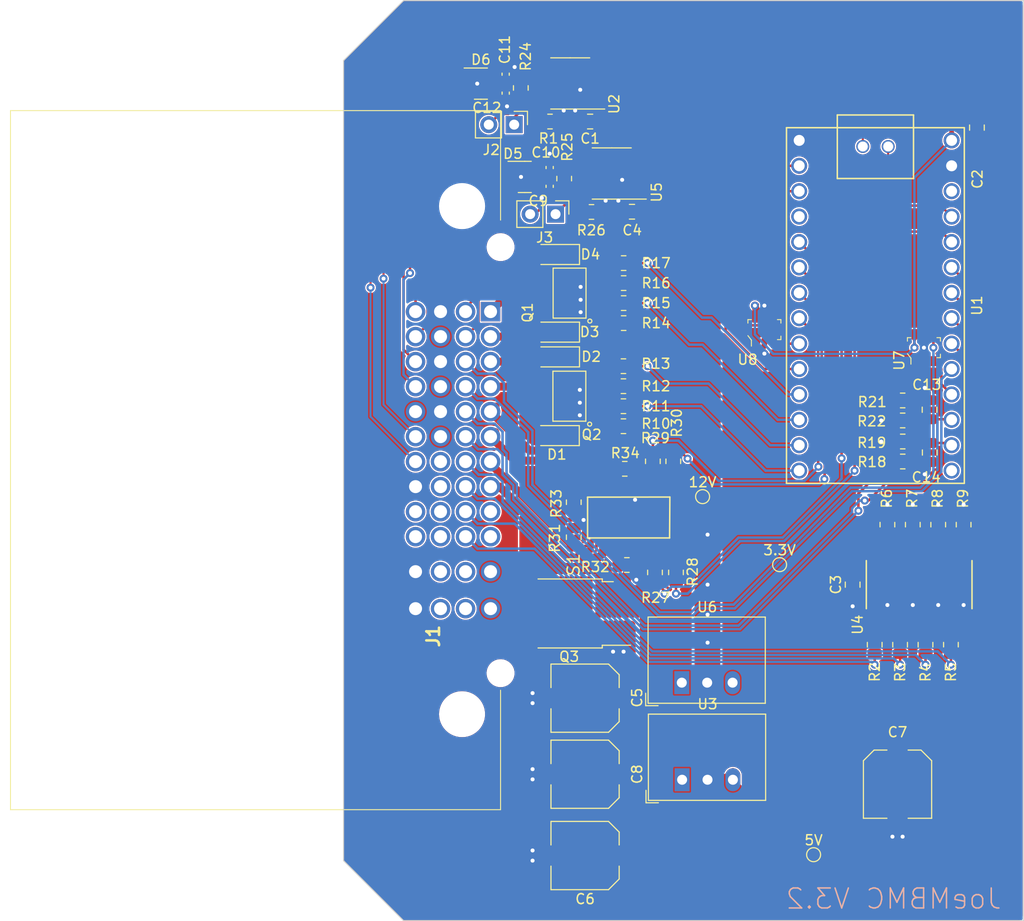
<source format=kicad_pcb>
(kicad_pcb (version 20221018) (generator pcbnew)
  (layers (0 "F.Cu" signal) (31 "B.Cu" signal) (34 "B.Paste" user) (35 "F.Paste" user) (36 "B.SilkS" user "B.Silkscreen") (37 "F.SilkS" user "F.Silkscreen") (38 "B.Mask" user) (39 "F.Mask" user) (44 "Edge.Cuts" user))
  (net 0 "")
  (net 1 "GND")
  (net 2 "+12V")
  (net 3 "+3V3")
  (net 4 "Net-(R2-Pad2)")
  (net 5 "Net-(R3-Pad2)")
  (net 6 "Net-(R4-Pad2)")
  (net 7 "Net-(R5-Pad2)")
  (net 8 "Teensy_IN2")
  (net 9 "Teensy_IN1")
  (net 10 "Teensy_IN3")
  (net 11 "Teensy_IN4")
  (net 12 "Teensy_OUT8")
  (net 13 "Teensy_OUT7")
  (net 14 "Teensy_OUT5")
  (net 15 "Teensy_OUT6")
  (net 16 "Teensy_ASEN2")
  (net 17 "Teensy_ASEN1")
  (net 18 "Teensy_OUT1")
  (net 19 "Teensy_OUT4")
  (net 20 "Teensy_OUT2")
  (net 21 "Teensy_OUT3")
  (net 30 "Net-(Q1-G1)")
  (net 31 "Net-(Q1-G2)")
  (net 32 "Net-(Q2-G1)")
  (net 33 "Net-(Q2-G2)")
  (net 34 "J1_12V")
  (net 35 "J1_IN4")
  (net 36 "J1_IN3")
  (net 37 "J1_IN2")
  (net 38 "J1_OUT8")
  (net 39 "J1_IN1")
  (net 40 "J1_OUT7")
  (net 41 "J1_OUT6")
  (net 42 "J1_OUT5")
  (net 43 "J1_ASEN2")
  (net 44 "J1_OUT4")
  (net 45 "J1_ASEN1")
  (net 46 "J1_OUT3")
  (net 47 "J1_OUT2")
  (net 48 "J1_OUT1")
  (net 49 "Net-(U2-Rs)")
  (net 50 "Net-(U5-Rs)")
  (net 51 "Net-(S1-IN1)")
  (net 52 "Net-(S1-IN0)")
  (net 53 "Net-(S1-IN3)")
  (net 54 "Net-(S1-IN2)")
  (net 55 "Teensy_D+")
  (net 56 "Teensy_D-")
  (net 57 "+5V")
  (net 58 "Teensy_Serial_BMS_RX_5V")
  (net 59 "Teensy_Serial_BMS_TX")
  (net 60 "Teensy_CAN2_RX")
  (net 61 "Teensy_CAN2_TX")
  (net 63 "Teensy_CAN1_RX")
  (net 64 "Teensy_Serial_RX_5V")
  (net 65 "Teensy_Serial_TX")
  (net 66 "Teensy_CAN1_TX")
  (net 68 "J1_CAN2_L")
  (net 69 "J1_CAN2_H")
  (net 70 "J1_CAN1_L")
  (net 73 "J1_CAN1_H")
  (net 79 "Teensy_Serial_BMS_RX_3V")
  (net 80 "Teensy_Serial_RX_3V")
  (net 81 "Net-(J2-Pin_2)")
  (net 82 "Net-(J3-Pin_2)")
  (footprint "Capacitor_SMD:C_Elec_6.3x7.7" (layer "F.Cu") (at 122.15 113.751 180)
    (fp_text reference "C5")
    (fp_text value "100uF")
  )
  (footprint "Resistor_SMD:R_0805_2012Metric" (layer "F.Cu") (at 152.38 96.4 90)
    (fp_text reference "R6")
    (fp_text value "10k")
  )
  (footprint "Resistor_SMD:R_0805_2012Metric" (layer "F.Cu") (at 153.9125 90.0875 180)
    (fp_text reference "R18")
    (fp_text value "10k")
  )
  (footprint "TLP293-4:TLP293-4" (layer "F.Cu") (at 155.555 102.4 90)
    (fp_text reference "U4")
    (fp_text value "IS281-4 " hide)
  )
  (footprint "Converter_DCDC:Converter_DCDC_RECOM_R-78E-0.5_THT" (layer "F.Cu") (at 131.853 121.9075)
    (fp_text reference "U3")
    (fp_text value "DCDC 5V")
  )
  (footprint "Resistor_SMD:R_0805_2012Metric" (layer "F.Cu") (at 154.92 96.4 90)
    (fp_text reference "R7")
    (fp_text value "10k")
  )
  (footprint "Package_TO_SOT_SMD:TO-252-2" (layer "F.Cu") (at 120.56 105.28 180)
    (fp_text reference "Q3")
    (fp_text value "P-Chanel Mosfet")
  )
  (footprint "Resistor_SMD:R_0805_2012Metric" (layer "F.Cu") (at 160 96.4 90)
    (fp_text reference "R9")
    (fp_text value "10k")
  )
  (footprint "Resistor_SMD:R_0805_2012Metric" (layer "F.Cu") (at 125.9875 86.557 180)
    (fp_text reference "R10")
    (fp_text value "10k")
  )
  (footprint "Resistor_SMD:R_0805_2012Metric" (layer "F.Cu") (at 153.65 108.4 90)
    (fp_text reference "R3")
    (fp_text value "4.7k")
  )
  (footprint "JoeMBMC:SO-8_IRF956" (layer "F.Cu") (at 120.575 83.557 180)
    (fp_text reference "Q2")
    (fp_text value "BSO615NG")
  )
  (footprint "Resistor_SMD:R_0805_2012Metric" (layer "F.Cu") (at 151.11 108.4 90)
    (fp_text reference "R2")
    (fp_text value "4.7k")
  )
  (footprint "Resistor_SMD:R_0805_2012Metric" (layer "F.Cu") (at 115.725 52.735 90)
    (fp_text reference "R24")
    (fp_text value "120")
  )
  (footprint "Capacitor_SMD:C_Elec_6.3x7.7" (layer "F.Cu") (at 122.15 121.356 180)
    (fp_text reference "C8")
    (fp_text value "100uF")
  )
  (footprint "Capacitor_SMD:C_0805_2012Metric" (layer "F.Cu") (at 161.33 56.7 90)
    (fp_text reference "C2")
    (fp_text value "10uF")
  )
  (footprint "Resistor_SMD:R_0805_2012Metric" (layer "F.Cu") (at 158.73 108.4 90)
    (fp_text reference "R5")
    (fp_text value "4.7k")
  )
  (footprint "Capacitor_SMD:C_0805_2012Metric" (layer "F.Cu") (at 148.905 102.4 90)
    (fp_text reference "C3")
    (fp_text value "10uF")
  )
  (footprint "Resistor_SMD:R_0805_2012Metric" (layer "F.Cu") (at 125.9875 84.557 180)
    (fp_text reference "R11")
    (fp_text value "220")
  )
  (footprint "Resistor_SMD:R_0805_2012Metric" (layer "F.Cu") (at 125.9875 80.557 180)
    (fp_text reference "R13")
    (fp_text value "220")
  )
  (footprint "Resistor_SMD:R_0805_2012Metric" (layer "F.Cu") (at 157.46 96.4 90)
    (fp_text reference "R8")
    (fp_text value "10k")
  )
  (footprint "Resistor_SMD:R_0805_2012Metric" (layer "F.Cu") (at 125.9875 82.557 180)
    (fp_text reference "R12")
    (fp_text value "10k")
  )
  (footprint "Resistor_SMD:R_0805_2012Metric" (layer "F.Cu") (at 118.645 56.095 180)
    (fp_text reference "R1")
    (fp_text value "10k")
  )
  (footprint "Capacitor_SMD:C_Elec_6.3x7.7" (layer "F.Cu") (at 153.392 122.35 -90)
    (fp_text reference "C7")
    (fp_text value "100uF")
  )
  (footprint "Molex_48_Pin:5007620481" (layer "F.Cu") (at 112.7 75.1 -90)
    (fp_text reference "J1")
    (fp_text value "5007620481" hide)
  )
  (footprint "Resistor_SMD:R_0805_2012Metric" (layer "F.Cu") (at 156.19 108.4 90)
    (fp_text reference "R4")
    (fp_text value "4.7k")
  )
  (footprint "Resistor_SMD:R_0805_2012Metric" (layer "F.Cu") (at 153.906 83.9825 180)
    (fp_text reference "R21")
    (fp_text value "10k")
  )
  (footprint "Resistor_SMD:R_0805_2012Metric" (layer "F.Cu") (at 153.906 85.9825)
    (fp_text reference "R22")
    (fp_text value "20k")
  )
  (footprint "Resistor_SMD:R_0805_2012Metric" (layer "F.Cu") (at 126.0075 74.25 180)
    (fp_text reference "R15")
    (fp_text value "220")
  )
  (footprint "JoeMBMC:SO-8_IRF956" (layer "F.Cu") (at 120.595 73.25 180)
    (fp_text reference "Q1")
    (fp_text value "BSO615NG")
  )
  (footprint "Resistor_SMD:R_0805_2012Metric" (layer "F.Cu") (at 126.0075 76.25 180)
    (fp_text reference "R14")
    (fp_text value "10k")
  )
  (footprint "Resistor_SMD:R_0805_2012Metric" (layer "F.Cu") (at 126.0075 70.25 180)
    (fp_text reference "R17")
    (fp_text value "220")
  )
  (footprint "Resistor_SMD:R_0805_2012Metric" (layer "F.Cu") (at 126.0075 72.25 180)
    (fp_text reference "R16")
    (fp_text value "10k")
  )
  (footprint "KiCAD_Libs-master:PG-DSO-14-40_EP" (layer "F.Cu") (at 126.5 95.69)
    (fp_text reference "S1")
    (fp_text value "BTS5200-4")
  )
  (footprint "Capacitor_SMD:C_0805_2012Metric" (layer "F.Cu") (at 122.655 56.095)
    (fp_text reference "C1")
    (fp_text value "100nF")
  )
  (footprint "Resistor_SMD:R_0805_2012Metric" (layer "F.Cu") (at 153.9125 88.0875)
    (fp_text reference "R19")
    (fp_text value "20k")
  )
  (footprint "Resistor_SMD:R_0805_2012Metric" (layer "F.Cu") (at 120.062065 61.7982 90)
    (fp_text reference "R25")
    (fp_text value "120")
  )
  (footprint "Converter_DCDC:Converter_DCDC_RECOM_R-78E-0.5_THT" (layer "F.Cu") (at 131.82 112.2)
    (fp_text reference "U6")
    (fp_text value "DCDC 3.3V")
  )
  (footprint "Capacitor_SMD:C_Elec_6.3x7.7" (layer "F.Cu") (at 122.15 129.486 180)
    (fp_text reference "C6")
    (fp_text value "100uF")
  )
  (footprint "Package_TO_SOT_SMD:SOT-23" (layer "F.Cu") (at 116.120065 61.6322)
    (fp_text reference "D5")
    (fp_text value "NUP2105L")
  )
  (footprint "Package_SO:SOIC-8_3.9x4.9mm_P1.27mm" (layer "F.Cu") (at 124.817465 61.2902 180)
    (fp_text reference "U5")
    (fp_text value "SN65HVD230")
  )
  (footprint "Connector_PinHeader_2.54mm:PinHeader_1x02_P2.54mm_Vertical" (layer "F.Cu") (at 119.198465 65.3542 -90)
    (fp_text reference "J3")
    (fp_text value "CAN1_T")
  )
  (footprint "teensy:Teensy40_JoeMBMS" (layer "F.Cu") (at 151.18 74.49 -90)
    (fp_text reference "U1")
    (fp_text value "Teensy4.0")
  )
  (footprint "Resistor_SMD:R_0805_2012Metric" (layer "F.Cu") (at 130.97 90.0675 90)
    (fp_text reference "R30")
    (fp_text value "10k")
  )
  (footprint "Capacitor_SMD:C_0402_1005Metric" (layer "F.Cu") (at 114.215 53.255 90)
    (fp_text reference "C12")
    (fp_text value "100p")
  )
  (footprint "Diode_SMD:D_SOD-123F" (layer "F.Cu") (at 119.3625 87.497 180)
    (fp_text reference "D1")
    (fp_text value "DIODE")
  )
  (footprint "TestPoint:TestPoint_Pad_D1.0mm" (layer "F.Cu") (at 133.9 93.6)
    (fp_text reference "12V")
    (fp_text value "TestPoint_Pad_D1.0mm")
  )
  (footprint "Resistor_SMD:R_0805_2012Metric" (layer "F.Cu") (at 126.33 100.4375 180)
    (fp_text reference "R32")
    (fp_text value "47k")
  )
  (footprint "Diode_SMD:D_SOD-123F" (layer "F.Cu") (at 119.3825 77.15 180)
    (fp_text reference "D3")
    (fp_text value "DIODE")
  )
  (footprint "Capacitor_SMD:C_0402_1005Metric" (layer "F.Cu") (at 118.610065 62.5722 90)
    (fp_text reference "C9")
    (fp_text value "100p")
  )
  (footprint "Capacitor_SMD:C_0805_2012Metric" (layer "F.Cu") (at 156.5965 84.9105 -90)
    (fp_text reference "C13")
    (fp_text value "100nF")
  )
  (footprint "Resistor_SMD:R_0805_2012Metric" (layer "F.Cu") (at 122.791065 65.1352 180)
    (fp_text reference "R26")
    (fp_text value "10k")
  )
  (footprint "Capacitor_SMD:C_0805_2012Metric" (layer "F.Cu") (at 126.841065 65.1152)
    (fp_text reference "C4")
    (fp_text value "100nF")
  )
  (footprint "Resistor_SMD:R_0805_2012Metric" (layer "F.Cu") (at 128.93 90.0675 90)
    (fp_text reference "R29")
    (fp_text value "10k")
  )
  (footprint "Connector_PinHeader_2.54mm:PinHeader_1x02_P2.54mm_Vertical" (layer "F.Cu") (at 115.06 56.405 -90)
    (fp_text reference "J2")
    (fp_text value "CAN2_T")
  )
  (footprint "Package_TO_SOT_SMD:SOT-23" (layer "F.Cu") (at 111.735 52.305)
    (fp_text reference "D6")
    (fp_text value "NUP2105L")
  )
  (footprint "Capacitor_SMD:C_0402_1005Metric" (layer "F.Cu") (at 114.21 51.36 90)
    (fp_text reference "C11")
    (fp_text value "100p")
  )
  (footprint "Capacitor_SMD:C_0402_1005Metric" (layer "F.Cu") (at 118.610065 60.6922 -90)
    (fp_text reference "C10")
    (fp_text value "100p")
  )
  (footprint "Package_SO:SOIC-8_3.9x4.9mm_P1.27mm" (layer "F.Cu") (at 120.665 52.285 180)
    (fp_text reference "U2")
    (fp_text value "SN65HVD230")
  )
  (footprint "Resistor_SMD:R_0805_2012Metric" (layer "F.Cu") (at 121.02 97.6575 -90)
    (fp_text reference "R31")
    (fp_text value "47k")
  )
  (footprint "Resistor_SMD:R_0805_2012Metric" (layer "F.Cu") (at 121.02 94.1575 -90)
    (fp_text reference "R33")
    (fp_text value "47k")
  )
  (footprint "Diode_SMD:D_SOD-123F" (layer "F.Cu") (at 119.3825 69.39 180)
    (fp_text reference "D4")
    (fp_text value "DIODE")
  )
  (footprint "TestPoint:TestPoint_Pad_D1.0mm" (layer "F.Cu") (at 141.6 100.4)
    (fp_text reference "3.3V")
    (fp_text value "TestPoint_Pad_D1.0mm")
  )
  (footprint "digikey-footprints:SOT-23-6" (layer "F.Cu") (at 140.08 76.9)
    (fp_text reference "U8")
    (fp_text value "Level Shifter 5V to 3V")
  )
  (footprint "Resistor_SMD:R_0805_2012Metric" (layer "F.Cu") (at 126.12 90.8175)
    (fp_text reference "R34")
    (fp_text value "47k")
  )
  (footprint "digikey-footprints:SOT-23-6" (layer "F.Cu") (at 156.03 78.705)
    (fp_text reference "U7")
    (fp_text value "Level Shifter 5V to 3V")
  )
  (footprint "Diode_SMD:D_SOD-123F" (layer "F.Cu") (at 119.3825 79.627 180)
    (fp_text reference "D2")
    (fp_text value "DIODE")
  )
  (footprint "Resistor_SMD:R_0805_2012Metric" (layer "F.Cu") (at 131.24 101.1775 90)
    (fp_text reference "R28")
    (fp_text value "10k")
  )
  (footprint "Capacitor_SMD:C_0805_2012Metric" (layer "F.Cu") (at 156.6125 89.1875 90)
    (fp_text reference "C14")
    (fp_text value "100nF")
  )
  (footprint "TestPoint:TestPoint_Pad_D1.0mm" (layer "F.Cu") (at 145 129.4)
    (fp_text reference "5V")
    (fp_text value "TestPoint_Pad_D1.0mm")
  )
  (footprint "Resistor_SMD:R_0805_2012Metric" (layer "F.Cu") (at 129.14 101.1775 90)
    (fp_text reference "R27")
    (fp_text value "10k")
  )
  (gr_line (start 166 44) (end 166 136) (stroke (width 0.1)) (layer "Edge.Cuts"))
  (gr_line (start 166 136) (end 104 136) (stroke (width 0.1)) (layer "Edge.Cuts"))
  (gr_line (start 98 130) (end 104 136) (stroke (width 0.1)) (layer "Edge.Cuts"))
  (gr_line (start 104 44) (end 98 50) (stroke (width 0.1)) (layer "Edge.Cuts"))
  (gr_line (start 98 130) (end 98 50) (stroke (width 0.1)) (layer "Edge.Cuts"))
  (gr_line (start 104 44) (end 166 44) (stroke (width 0.1)) (layer "Edge.Cuts"))
  (gr_text "JoeMBMC V3.2" (at 153 133.81) (layer "B.SilkS") (effects (font (size 2 2)) (justify mirror)))
  (segment (start 156.5965 83.1965) (end 156.1125 82.7125) (width 0.25) (layer "F.Cu") (net 1))
  (segment (start 152.906 85.895) (end 152.9935 85.9825) (width 0.25) (layer "F.Cu") (net 1))
  (segment (start 114.225 50.885) (end 114.865 50.885) (width 0.25) (layer "F.Cu") (net 1))
  (segment (start 127.15 93.26) (end 127.565 92.845) (width 0.8) (layer "F.Cu") (net 1))
  (segment (start 121.705 56.095) (end 121.705 55.538) (width 0.25) (layer "F.Cu") (net 1))
  (segment (start 112.6725 52.305) (end 111.365 52.305) (width 0.25) (layer "F.Cu") (net 1))
  (segment (start 148.905 103.35) (end 148.905 104.563001) (width 0.25) (layer "F.Cu") (net 1))
  (segment (start 152.38 105.549999) (end 152.38 104.438001) (width 0.25) (layer "F.Cu") (net 1))
  (segment (start 121.1375 95.07) (end 122 95.9325) (width 0.25) (layer "F.Cu") (net 1))
  (segment (start 122.225 75.155) (end 121.705 74.635) (width 0.8) (layer "F.Cu") (net 1))
  (segment (start 121.625 84.207) (end 121.625 83.502) (width 0.8) (layer "F.Cu") (net 1))
  (segment (start 119.5575 55.4485) (end 120.015 54.991) (width 0.25) (layer "F.Cu") (net 1))
  (segment (start 125.095 76.25) (end 124.3 76.25) (width 0.25) (layer "F.Cu") (net 1))
  (segment (start 140.08 79.3) (end 140.08 78.25) (width 0.25) (layer "F.Cu") (net 1))
  (segment (start 123.205 75.155) (end 122.225 75.155) (width 0.8) (layer "F.Cu") (net 1))
  (segment (start 153 88.0875) (end 151.8125 88.0875) (width 0.25) (layer "F.Cu") (net 1))
  (segment (start 114.865 50.885) (end 115.105 50.645) (width 0.25) (layer "F.Cu") (net 1))
  (segment (start 123.14 52.92) (end 121.666 52.92) (width 0.25) (layer "F.Cu") (net 1))
  (segment (start 127.0325 92.3125) (end 126.5 92.845) (width 0.8) (layer "F.Cu") (net 1))
  (segment (start 127.77 92.845) (end 127.565 92.845) (width 0.8) (layer "F.Cu") (net 1))
  (segment (start 123.703565 65.1352) (end 123.703565 64.510435) (width 0.25) (layer "F.Cu") (net 1))
  (segment (start 114.215 54.445) (end 114.345 54.575) (width 0.25) (layer "F.Cu") (net 1))
  (segment (start 123.185 85.462) (end 121.625 85.462) (width 0.8) (layer "F.Cu") (net 1))
  (segment (start 121.02 95.07) (end 121.1375 95.07) (width 0.25) (layer "F.Cu") (net 1))
  (segment (start 156.03 77.355) (end 156.03 80.055) (width 0.25) (layer "F.Cu") (net 1))
  (segment (start 123.703565 64.510435) (end 124.206 64.008) (width 0.25) (layer "F.Cu") (net 1))
  (segment (start 157.46 105.549999) (end 157.46 104.438001) (width 0.25) (layer "F.Cu") (net 1))
  (segment (start 121.717 72.615) (end 121.705 72.627) (width 0.8) (layer "F.Cu") (net 1))
  (segment (start 125.891065 65.1152) (end 125.891065 64.423065) (width 0.25) (layer "F.Cu") (net 1))
  (segment (start 124.975 72.497) (end 124.975 72.672) (width 0.25) (layer "F.Cu") (net 1))
  (segment (start 156.6125 90.1375) (end 156.6125 90.8625) (width 0.25) (layer "F.Cu") (net 1))
  (segment (start 152.38 94.4) (end 152.38 95.4875) (width 0.25) (layer "F.Cu") (net 1))
  (segment (start 160.76 60.52) (end 158.8 60.52) (width 0.25) (layer "F.Cu") (net 1))
  (segment (start 121.705 55.538) (end 121.158 54.991) (width 0.25) (layer "F.Cu") (net 1))
  (segment (start 121.705 72.627) (end 121.705 75.155) (width 0.8) (layer "F.Cu") (net 1))
  (segment (start 123.205 72.615) (end 121.717 72.615) (width 0.8) (layer "F.Cu") (net 1))
  (segment (start 127.0325 90.8175) (end 127.0325 92.3125) (width 0.8) (layer "F.Cu") (net 1))
  (segment (start 127.2425 101.885) (end 127.27 101.9125) (width 0.25) (layer "F.Cu") (net 1))
  (segment (start 153.392 127.6) (end 153.392 124.8875) (width 0.8) (layer "F.Cu") (net 1))
  (segment (start 123.98 85.462) (end 125.075 86.557) (width 0.25) (layer "F.Cu") (net 1))
  (segment (start 154.92 94.4) (end 154.92 95.4875) (width 0.25) (layer "F.Cu") (net 1))
  (segment (start 152.884 127.6) (end 153.9 127.6) (width 0.8) (layer "F.Cu") (net 1))
  (segment (start 156.5965 83.9605) (end 156.5965 83.1965) (width 0.25) (layer "F.Cu") (net 1))
  (segment (start 123.205 72.615) (end 122.225 72.615) (width 0.8) (layer "F.Cu") (net 1))
  (segment (start 119.6125 129.486) (end 116.9 129.486) (width 0.8) (layer "F.Cu") (net 1))
  (segment (start 118.503265 63.0522) (end 117.826865 63.7286) (width 0.25) (layer "F.Cu") (net 1))
  (segment (start 124.71 82.922) (end 125.075 82.557) (width 0.25) (layer "F.Cu") (net 1))
  (segment (start 156.5965 90.1535) (end 156.6125 90.1375) (width 0.25) (layer "F.Cu") (net 1))
  (segment (start 119.5575 56.095) (end 119.5575 55.4485) (width 0.25) (layer "F.Cu") (net 1))
  (segment (start 154.92 105.549999) (end 154.92 104.438001) (width 0.25) (layer "F.Cu") (net 1))
  (segment (start 157.46 94.4) (end 157.46 95.4875) (width 0.25) (layer "F.Cu") (net 1))
  (segment (start 152.9935 85.9825) (end 151.8125 85.9825) (width 0.25) (layer "F.Cu") (net 1))
  (segment (start 156.6125 90.8625) (end 156.1125 91.3625) (width 0.25) (layer "F.Cu") (net 1))
  (segment (start 127.77 92.845) (end 126.5 92.845) (width 0.8) (layer "F.Cu") (net 1))
  (segment (start 125.891065 64.423065) (end 125.476 64.008) (width 0.25) (layer "F.Cu") (net 1))
  (segment (start 160 105.549999) (end 160 104.438001) (width 0.25) (layer "F.Cu") (net 1))
  (segment (start 121.625 84.882) (end 121.625 84.207) (width 0.8) (layer "F.Cu") (net 1))
  (segment (start 123.205 75.155) (end 121.705 75.155) (width 0.8) (layer "F.Cu") (net 1))
  (segment (start 121.625 82.922) (end 121.625 85.462) (width 0.8) (layer "F.Cu") (net 1))
  (segment (start 117.057565 61.6322) (end 115.744065 61.6322) (width 0.25) (layer "F.Cu") (net 1))
  (segment (start 123.185 85.462) (end 122.205 85.462) (width 0.8) (layer "F.Cu") (net 1))
  (segment (start 121.705 73.135) (end 121.705 73.917) (width 0.8) (layer "F.Cu") (net 1))
  (segment (start 122.225 72.615) (end 121.705 73.135) (width 0.8) (layer "F.Cu") (net 1))
  (segment (start 127.565 92.845) (end 127.0325 92.3125) (width 0.8) (layer "F.Cu") (net 1))
  (segment (start 121.705 74.635) (end 121.705 73.917) (width 0.8) (layer "F.Cu") (net 1))
  (segment (start 121.1875 96.745) (end 122 95.9325) (width 0.25) (layer "F.Cu") (net 1))
  (segment (start 127.15 93.9125) (end 127.15 93.26) (width 0.8) (layer "F.Cu") (net 1))
  (segment (start 118.610065 59.309) (end 118.610065 60.2122) (width 0.25) (layer "F.Cu") (net 1))
  (segment (start 121.625 83.502) (end 122.205 82.922) (width 0.8) (layer "F.Cu") (net 1))
  (segment (start 122.205 85.462) (end 121.625 84.882) (width 0.8) (layer "F.Cu") (net 1))
  (segment (start 123.205 72.615) (end 124.73 72.615) (width 0.25) (layer "F.Cu") (net 1))
  (segment (start 123.185 82.922) (end 124.71 82.922) (width 0.25) (layer "F.Cu") (net 1))
  (segment (start 114.215 53.735) (end 114.215 54.445) (width 0.25) (layer "F.Cu") (net 1))
  (segment (start 116.9 128.978) (end 116.9 129.994) (width 0.8) (layer "F.Cu") (net 1))
  (segment (start 127.292465 61.9252) (end 125.857 61.9252) (width 0.25) (layer "F.Cu") (net 1))
  (segment (start 140.08 75.55) (end 140.08 74.5) (width 0.25) (layer "F.Cu") (net 1))
  (segment (start 161.33 59.95) (end 160.76 60.52) (width 0.25) (layer "F.Cu") (net 1))
  (segment (start 123.185 82.922) (end 121.625 82.922) (width 0.8) (layer "F.Cu") (net 1))
  (segment (start 122.205 82.922) (end 123.185 82.922) (width 0.8) (layer "F.Cu") (net 1))
  (segment (start 127.2425 100.4375) (end 127.2425 101.885) (width 0.25) (layer "F.Cu") (net 1))
  (segment (start 118.610065 63.0522) (end 118.503265 63.0522) (width 0.25) (layer "F.Cu") (net 1))
  (segment (start 160 94.4) (end 160 95.4875) (width 0.25) (layer "F.Cu") (net 1))
  (segment (start 124.3 76.25) (end 123.205 75.155) (width 0.25) (layer "F.Cu") (net 1))
  (segment (start 121.02 96.745) (end 121.1875 96.745) (width 0.25) (layer "F.Cu") (net 1))
  (via (at 121.705 73.917) (size 0.8) (drill 0.4) (layers "F.Cu" "B.Cu") (net 1))
  (via (at 117.826865 63.7286) (size 0.8) (drill 0.4) (layers "F.Cu" "B.Cu") (net 1))
  (via (at 134.4 97.4) (size 0.8) (drill 0.4) (layers "F.Cu" "B.Cu") (net 1))
  (via (at 118.610065 59.309) (size 0.8) (drill 0.4) (layers "F.Cu" "B.Cu") (net 1))
  (via (at 114.345 54.575) (size 0.8) (drill 0.4) (layers "F.Cu" "B.Cu") (net 1))
  (via (at 134.4 105.4) (size 0.8) (drill 0.4) (layers "F.Cu" "B.Cu") (net 1))
  (via (at 152.884 127.6) (size 0.8) (drill 0.4) (layers "F.Cu" "B.Cu") (net 1))
  (via (at 140.08 74.5) (size 0.8) (drill 0.4) (layers "F.Cu" "B.Cu") (net 1))
  (via (at 126 109.1) (size 0.8) (drill 0.4) (layers "F.Cu" "B.Cu") (net 1))
  (via (at 121.705 75.155) (size 0.8) (drill 0.4) (layers "F.Cu" "B.Cu") (net 1))
  (via (at 116.9 128.978) (size 0.8) (drill 0.4) (layers "F.Cu" "B.Cu") (net 1))
  (via (at 148.905 104.563001) (size 0.8) (drill 0.4) (layers "F.Cu" "B.Cu") (net 1))
  (via (at 134.4 102.4) (size 0.8) (drill 0.4) (layers "F.Cu" "B.Cu") (net 1))
  (via (at 125.476 64.008) (size 0.8) (drill 0.4) (layers "F.Cu" "B.Cu") (net 1))
  (via (at 116.9 121.868) (size 0.8) (drill 0.4) (layers "F.Cu" "B.Cu") (net 1))
  (via (at 122 95.9325) (size 0.8) (drill 0.4) (layers "F.Cu" "B.Cu") (net 1))
  (via (at 124.95 109.1) (size 0.8) (drill 0.4) (layers "F.Cu" "B.Cu") (net 1))
  (via (at 116.9 113.245) (size 0.8) (drill 0.4) (layers "F.Cu" "B.Cu") (net 1))
  (via (at 120.015 54.991) (size 0.8) (drill 0.4) (layers "F.Cu" "B.Cu") (net 1))
  (via (at 153.9 127.6) (size 0.8) (drill 0.4) (layers "F.Cu" "B.Cu") (net 1))
  (via (at 111.365 52.305) (size 0.8) (drill 0.4) (layers "F.Cu" "B.Cu") (net 1))
  (via (at 140.08 79.3) (size 0.8) (drill 0.4) (layers "F.Cu" "B.Cu") (net 1))
  (via (at 156.03 78.705) (size 0.8) (drill 0.4) (layers "F.Cu" "B.Cu") (net 1))
  (via (at 127.27 101.9125) (size 0.8) (drill 0.4) (layers "F.Cu" "B.Cu") (net 1))
  (via (at 154.92 94.4) (size 0.8) (drill 0.4) (layers "F.Cu" "B.Cu") (net 1))
  (via (at 121.705 72.627) (size 0.8) (drill 0.4) (layers "F.Cu" "B.Cu") (net 1))
  (via (at 157.46 104.438001) (size 0.8) (drill 0.4) (layers "F.Cu" "B.Cu") (net 1))
  (via (at 121.625 84.207) (size 0.8) (drill 0.4) (layers "F.Cu" "B.Cu") (net 1))
  (via (at 116.9 129.994) (size 0.8) (drill 0.4) (layers "F.Cu" "B.Cu") (net 1))
  (via (at 152.38 94.4) (size 0.8) (drill 0.4) (layers "F.Cu" "B.Cu") (net 1))
  (via (at 121.158 54.991) (size 0.8) (drill 0.4) (layers "F.Cu" "B.Cu") (net 1))
  (via (at 154.92 104.438001) (size 0.8) (drill 0.4) (layers "F.Cu" "B.Cu") (net 1))
  (via (at 116.9 120.85) (size 0.8) (drill 0.4) (layers "F.Cu" "B.Cu") (net 1))
  (via (at 125.857 61.9252) (size 0.8) (drill 0.4) (layers "F.Cu" "B.Cu") (net 1))
  (via (at 160 94.4) (size 0.8) (drill 0.4) (layers "F.Cu" "B.Cu") (net 1))
  (via (at 134.4 108.2) (size 0.8) (drill 0.4) (layers "F.Cu" "B.Cu") (net 1))
  (via (at 116.9 114.248) (size 0.8) (drill 0.4) (layers "F.Cu" "B.Cu") (net 1))
  (via (at 151.7625 85.9825) (size 0.8) (drill 0.4) (layers "F.Cu" "B.Cu") (net 1))
  (via (at 115.744065 61.6322) (size 0.8) (drill 0.4) (layers "F.Cu" "B.Cu") (net 1))
  (via (at 152.38 104.438001) (size 0.8) (drill 0.4) (layers "F.Cu" "B.Cu") (net 1))
  (via (at 121.666 52.92) (size 0.8) (drill 0.4) (layers "F.Cu" "B.Cu") (net 1))
  (via (at 124.206 64.008) (size 0.8) (drill 0.4) (layers "F.Cu" "B.Cu") (net 1))
  (via (at 127.15 93.9125) (size 0.8) (drill 0.4) (layers "F.Cu" "B.Cu") (net 1))
  (via (at 157.46 94.4) (size 0.8) (drill 0.4) (layers "F.Cu" "B.Cu") (net 1))
  (via (at 156.1125 91.3625) (size 0.8) (drill 0.4) (layers "F.Cu" "B.Cu") (net 1))
  (via (at 115.105 50.645) (size 0.8) (drill 0.4) (layers "F.Cu" "B.Cu") (net 1))
  (via (at 151.7625 88.0875) (size 0.8) (drill 0.4) (layers "F.Cu" "B.Cu") (net 1))
  (via (at 160 104.438001) (size 0.8) (drill 0.4) (layers "F.Cu" "B.Cu") (net 1))
  (via (at 121.625 82.922) (size 0.8) (drill 0.4) (layers "F.Cu" "B.Cu") (net 1))
  (via (at 156.1125 82.7125) (size 0.8) (drill 0.4) (layers "F.Cu" "B.Cu") (net 1))
  (via (at 121.625 85.462) (size 0.8) (drill 0.4) (layers "F.Cu" "B.Cu") (net 1))
  (segment (start 151.11 105.549999) (end 151.11 107.4875) (width 0.25) (layer "F.Cu") (net 4))
  (segment (start 153.65 105.549999) (end 153.65 107.4875) (width 0.25) (layer "F.Cu") (net 5))
  (segment (start 156.19 105.549999) (end 156.19 107.4875) (width 0.25) (layer "F.Cu") (net 6))
  (segment (start 158.73 105.549999) (end 158.73 107.4875) (width 0.25) (layer "F.Cu") (net 7))
  (segment (start 158.8 78.3) (end 160.1 79.6) (width 0.25) (layer "F.Cu") (net 8))
  (segment (start 159.101168 93.425) (end 154.685 93.425) (width 0.25) (layer "F.Cu") (net 8))
  (segment (start 160.1 79.6) (end 160.1 92.426168) (width 0.25) (layer "F.Cu") (net 8))
  (segment (start 154.685 93.425) (end 153.305 94.805) (width 0.25) (layer "F.Cu") (net 8))
  (segment (start 160.1 92.426168) (end 159.101168 93.425) (width 0.25) (layer "F.Cu") (net 8))
  (segment (start 152.38 97.3125) (end 152.38 99.250001) (width 0.25) (layer "F.Cu") (net 8))
  (segment (start 153.305 96.3875) (end 152.38 97.3125) (width 0.25) (layer "F.Cu") (net 8))
  (segment (start 153.305 94.805) (end 153.305 96.3875) (width 0.25) (layer "F.Cu") (net 8))
  (segment (start 154.92 97.3125) (end 154.92 99.250001) (width 0.25) (layer "F.Cu") (net 9))
  (segment (start 159.246142 93.775) (end 157.125 93.775) (width 0.25) (layer "F.Cu") (net 9))
  (segment (start 160.45 77.41) (end 160.45 92.571142) (width 0.25) (layer "F.Cu") (net 9))
  (segment (start 158.8 75.76) (end 160.45 77.41) (width 0.25) (layer "F.Cu") (net 9))
  (segment (start 155.86625 95.03375) (end 155.86625 96.36625) (width 0.25) (layer "F.Cu") (net 9))
  (segment (start 155.86625 96.36625) (end 154.92 97.3125) (width 0.25) (layer "F.Cu") (net 9))
  (segment (start 157.125 93.775) (end 155.86625 95.03375) (width 0.25) (layer "F.Cu") (net 9))
  (segment (start 160.45 92.571142) (end 159.246142 93.775) (width 0.25) (layer "F.Cu") (net 9))
  (segment (start 160.8 92.716116) (end 160.8 75.22) (width 0.25) (layer "F.Cu") (net 10))
  (segment (start 160.8 75.22) (end 158.8 73.22) (width 0.25) (layer "F.Cu") (net 10))
  (segment (start 157.46 97.3125) (end 157.46 99.250001) (width 0.25) (layer "F.Cu") (net 10))
  (segment (start 158.42 96.3525) (end 158.42 95.096116) (width 0.25) (layer "F.Cu") (net 10))
  (segment (start 157.46 97.3125) (end 158.42 96.3525) (width 0.25) (layer "F.Cu") (net 10))
  (segment (start 158.42 95.096116) (end 160.8 92.716116) (width 0.25) (layer "F.Cu") (net 10))
  (segment (start 160 97.3125) (end 160 99.250001) (width 0.25) (layer "F.Cu") (net 11))
  (segment (start 158.8 70.68) (end 161.15 73.03) (width 0.25) (layer "F.Cu") (net 11))
  (segment (start 161.15 96.1625) (end 160 97.3125) (width 0.25) (layer "F.Cu") (net 11))
  (segment (start 161.15 73.03) (end 161.15 96.1625) (width 0.25) (layer "F.Cu") (net 11))
  (segment (start 126.92 70.25) (end 128.397 70.25) (width 0.25) (layer "F.Cu") (net 12))
  (via (at 128.397 70.25) (size 0.8) (drill 0.4) (layers "F.Cu" "B.Cu") (net 12))
  (segment (start 133.847 75.7) (end 128.397 70.25) (width 0.25) (layer "B.Cu") (net 12))
  (segment (start 142.48 83.38) (end 134.8 75.7) (width 0.25) (layer "B.Cu") (net 12))
  (segment (start 143.56 83.38) (end 142.48 83.38) (width 0.25) (layer "B.Cu") (net 12))
  (segment (start 134.8 75.7) (end 133.847 75.7) (width 0.25) (layer "B.Cu") (net 12))
  (segment (start 126.92 74.25) (end 128.397 74.25) (width 0.25) (layer "F.Cu") (net 13))
  (via (at 128.397 74.25) (size 0.8) (drill 0.4) (layers "F.Cu" "B.Cu") (net 13))
  (segment (start 132.5545 78.4075) (end 128.397 74.25) (width 0.25) (layer "B.Cu") (net 13))
  (segment (start 133.9075 78.4075) (end 132.5545 78.4075) (width 0.25) (layer "B.Cu") (net 13))
  (segment (start 141.42 85.92) (end 133.9075 78.4075) (width 0.25) (layer "B.Cu") (net 13))
  (segment (start 143.56 85.92) (end 141.42 85.92) (width 0.25) (layer "B.Cu") (net 13))
  (segment (start 126.9 80.557) (end 128.397 80.557) (width 0.25) (layer "F.Cu") (net 14))
  (via (at 128.397 80.557) (size 0.8) (drill 0.4) (layers "F.Cu" "B.Cu") (net 14))
  (segment (start 140.66 88.46) (end 134.5 82.3) (width 0.25) (layer "B.Cu") (net 14))
  (segment (start 130.14 82.3) (end 128.397 80.557) (width 0.25) (layer "B.Cu") (net 14))
  (segment (start 134.5 82.3) (end 130.14 82.3) (width 0.25) (layer "B.Cu") (net 14))
  (segment (start 143.56 88.46) (end 140.66 88.46) (width 0.25) (layer "B.Cu") (net 14))
  (segment (start 126.9 84.557) (end 128.397 84.557) (width 0.25) (layer "F.Cu") (net 15))
  (via (at 128.397 84.557) (size 0.8) (drill 0.4) (layers "F.Cu" "B.Cu") (net 15))
  (segment (start 143.56 91) (end 140.2 91) (width 0.25) (layer "B.Cu") (net 15))
  (segment (start 133.757 84.557) (end 128.397 84.557) (width 0.25) (layer "B.Cu") (net 15))
  (segment (start 140.2 91) (end 133.757 84.557) (width 0.25) (layer "B.Cu") (net 15))
  (segment (start 156.6125 88.2375) (end 158.5775 88.2375) (width 0.25) (layer "F.Cu") (net 16))
  (segment (start 154.825 88.0875) (end 156.4625 88.0875) (width 0.25) (layer "F.Cu") (net 16))
  (segment (start 154.825 90.0875) (end 154.825 88.0875) (width 0.25) (layer "F.Cu") (net 16))
  (segment (start 156.4625 88.0875) (end 156.6125 88.2375) (width 0.25) (layer "F.Cu") (net 16))
  (segment (start 158.5775 88.2375) (end 158.8 88.46) (width 0.25) (layer "F.Cu") (net 16))
  (segment (start 158.4275 88.0875) (end 158.8 88.46) (width 0.25) (layer "F.Cu") (net 16))
  (segment (start 158.7405 85.8605) (end 158.8 85.92) (width 0.25) (layer "F.Cu") (net 17))
  (segment (start 156.5965 85.8605) (end 158.7405 85.8605) (width 0.25) (layer "F.Cu") (net 17))
  (segment (start 154.8185 83.9825) (end 154.8185 85.9825) (width 0.25) (layer "F.Cu") (net 17))
  (segment (start 154.8185 85.9825) (end 156.4745 85.9825) (width 0.25) (layer "F.Cu") (net 17))
  (segment (start 156.4745 85.9825) (end 156.5965 85.8605) (width 0.25) (layer "F.Cu") (net 17))
  (segment (start 145.455 90.58) (end 145.48 90.605) (width 0.25) (layer "F.Cu") (net 18))
  (segment (start 145.455 77.655) (end 145.455 90.58) (width 0.25) (layer "F.Cu") (net 18))
  (segment (start 128.93 89.155) (end 128.93 88) (width 0.25) (layer "F.Cu") (net 18))
  (segment (start 143.56 75.76) (end 145.455 77.655) (width 0.25) (layer "F.Cu") (net 18))
  (via (at 128.93 88) (size 0.8) (drill 0.4) (layers "F.Cu" "B.Cu") (net 18))
  (via (at 145.48 90.605) (size 0.8) (drill 0.4) (layers "F.Cu" "B.Cu") (net 18))
  (segment (start 145.48 90.605) (end 145.48 90.635475) (width 0.25) (layer "B.Cu") (net 18))
  (segment (start 145.48 90.635475) (end 144.090475 92.025) (width 0.25) (layer "B.Cu") (net 18))
  (segment (start 134.114974 90.63109) (end 131.483884 88) (width 0.25) (layer "B.Cu") (net 18))
  (segment (start 145.3525 90.7325) (end 145.48 90.605) (width 0.25) (layer "B.Cu") (net 18))
  (segment (start 135.508884 92.025) (end 134.114974 90.63109) (width 0.25) (layer "B.Cu") (net 18))
  (segment (start 134.114974 90.65) (end 134.114974 90.63109) (width 0.25) (layer "B.Cu") (net 18))
  (segment (start 144.090475 92.025) (end 135.508884 92.025) (width 0.25) (layer "B.Cu") (net 18))
  (segment (start 131.483884 88) (end 128.93 88) (width 0.25) (layer "B.Cu") (net 18))
  (segment (start 145.455 90.63) (end 145.48 90.605) (width 0.25) (layer "B.Cu") (net 18))
  (segment (start 131.24 102.09) (end 131.24 103.3) (width 0.25) (layer "F.Cu") (net 19))
  (segment (start 143.56 68.14) (end 149.1 73.68) (width 0.25) (layer "F.Cu") (net 19))
  (segment (start 149.1 73.68) (end 149.1 91) (width 0.25) (layer "F.Cu") (net 19))
  (via (at 131.24 103.3) (size 0.8) (drill 0.4) (layers "F.Cu" "B.Cu") (net 19))
  (via (at 149.1 91) (size 0.8) (drill 0.4) (layers "F.Cu" "B.Cu") (net 19))
  (segment (start 137.654975 98.044) (end 142.056 98.044) (width 0.25) (layer "B.Cu") (net 19))
  (segment (start 149.1 91) (end 149.1 91.3) (width 0.25) (layer "B.Cu") (net 19))
  (segment (start 132.08 103.3) (end 132.398975 103.3) (width 0.25) (layer "B.Cu") (net 19))
  (segment (start 131.24 103.3) (end 132.08 103.3) (width 0.25) (layer "B.Cu") (net 19))
  (segment (start 132.398975 103.3) (end 137.654975 98.044) (width 0.25) (layer "B.Cu") (net 19))
  (segment (start 142.056 98.044) (end 149.1 91) (width 0.25) (layer "B.Cu") (net 19))
  (segment (start 132.08 103.3) (end 132.412 103.3) (width 0.25) (layer "B.Cu") (net 19))
  (segment (start 146.105 91.8155) (end 146.08 91.8405) (width 0.25) (layer "F.Cu") (net 20))
  (segment (start 130.97 89.155) (end 131.755 89.155) (width 0.25) (layer "F.Cu") (net 20))
  (segment (start 143.56 73.22) (end 145.805 75.465) (width 0.25) (layer "F.Cu") (net 20))
  (segment (start 131.755 89.155) (end 132.4 89.8) (width 0.25) (layer "F.Cu") (net 20))
  (segment (start 145.805 75.465) (end 145.805 89.43) (width 0.25) (layer "F.Cu") (net 20))
  (segment (start 146.105 89.73) (end 146.105 91.8155) (width 0.25) (layer "F.Cu") (net 20))
  (segment (start 145.805 89.43) (end 146.105 89.73) (width 0.25) (layer "F.Cu") (net 20))
  (via (at 132.4 89.8) (size 0.8) (drill 0.4) (layers "F.Cu" "B.Cu") (net 20))
  (via (at 146.08 91.8405) (size 0.8) (drill 0.4) (layers "F.Cu" "B.Cu") (net 20))
  (segment (start 146.08 91.8405) (end 145.5455 92.375) (width 0.25) (layer "B.Cu") (net 20))
  (segment (start 145.5455 92.375) (end 134.975 92.375) (width 0.25) (layer "B.Cu") (net 20))
  (segment (start 134.975 92.375) (end 132.4 89.8) (width 0.25) (layer "B.Cu") (net 20))
  (segment (start 143.56 70.68) (end 147.8 74.92) (width 0.25) (layer "F.Cu") (net 21))
  (segment (start 130.1 103.3) (end 130.1 103.05) (width 0.25) (layer "F.Cu") (net 21))
  (segment (start 147.8 74.92) (end 147.8 89.7645) (width 0.25) (layer "F.Cu") (net 21))
  (segment (start 143.56 71.254974) (end 143.56 70.68) (width 0.25) (layer "F.Cu") (net 21))
  (segment (start 130.1 103.05) (end 129.14 102.09) (width 0.25) (layer "F.Cu") (net 21))
  (via (at 130.1 103.3) (size 0.8) (drill 0.4) (layers "F.Cu" "B.Cu") (net 21))
  (via (at 147.8 89.7645) (size 0.8) (drill 0.4) (layers "F.Cu" "B.Cu") (net 21))
  (segment (start 147.8 89.7645) (end 147.8 91.805026) (width 0.25) (layer "B.Cu") (net 21))
  (segment (start 141.911026 97.694) (end 137.494 97.694) (width 0.25) (layer "B.Cu") (net 21))
  (segment (start 130.8 102.6) (end 130.1 103.3) (width 0.25) (layer "B.Cu") (net 21))
  (segment (start 132.588 102.6) (end 130.8 102.6) (width 0.25) (layer "B.Cu") (net 21))
  (segment (start 147.8 91.805026) (end 141.911026 97.694) (width 0.25) (layer "B.Cu") (net 21))
  (segment (start 137.494 97.694) (end 132.588 102.6) (width 0.25) (layer "B.Cu") (net 21))
  (segment (start 126.8 76.497) (end 127.015 76.497) (width 0.25) (layer "F.Cu") (net 30))
  (segment (start 125.095 74.25) (end 125.095 74.425) (width 0.25) (layer "F.Cu") (net 30))
  (segment (start 123.205 73.885) (end 124.73 73.885) (width 0.25) (layer "F.Cu") (net 30))
  (segment (start 124.73 73.885) (end 125.095 74.25) (width 0.25) (layer "F.Cu") (net 30))
  (segment (start 125.095 74.425) (end 126.92 76.25) (width 0.25) (layer "F.Cu") (net 30))
  (segment (start 123.085 73.592) (end 123.88 73.592) (width 0.25) (layer "F.Cu") (net 30))
  (segment (start 124 71.345) (end 125.095 70.25) (width 0.25) (layer "F.Cu") (net 31))
  (segment (start 125.095 70.425) (end 126.92 72.25) (width 0.25) (layer "F.Cu") (net 31))
  (segment (start 123.185 84.192) (end 124.71 84.192) (width 0.25) (layer "F.Cu") (net 32))
  (segment (start 126.9 86.382) (end 125.075 84.557) (width 0.25) (layer "F.Cu") (net 32))
  (segment (start 123.98 81.652) (end 125.075 80.557) (width 0.25) (layer "F.Cu") (net 33))
  (segment (start 126.9 82.382) (end 125.075 80.557) (width 0.25) (layer "F.Cu") (net 33))
  (segment (start 158.73 109.3125) (end 158.73 110.4) (width 0.25) (layer "F.Cu") (net 35))
  (via (at 158.73 110.4) (size 0.8) (drill 0.4) (layers "F.Cu" "B.Cu") (net 35))
  (segment (start 158.73 110.4) (end 157.405 109.075) (width 0.25) (layer "B.Cu") (net 35))
  (segment (start 111.499999 91.399999) (end 110.2 90.1) (width 0.25) (layer "B.Cu") (net 35))
  (segment (start 113.9 94.107969) (end 113.9 92.102943) (width 0.25) (layer "B.Cu") (net 35))
  (segment (start 157.405 109.075) (end 128.867032 109.075) (width 0.25) (layer "B.Cu") (net 35))
  (segment (start 113.197057 91.4) (end 111.499999 91.399999) (width 0.25) (layer "B.Cu") (net 35))
  (segment (start 128.867032 109.075) (end 113.9 94.107969) (width 0.25) (layer "B.Cu") (net 35))
  (segment (start 113.9 92.102943) (end 113.197057 91.4) (width 0.25) (layer "B.Cu") (net 35))
  (segment (start 156.19 109.3125) (end 156.19 110.4) (width 0.25) (layer "F.Cu") (net 36))
  (via (at 156.19 110.4) (size 0.8) (drill 0.4) (layers "F.Cu" "B.Cu") (net 36))
  (segment (start 111.400001 93.800001) (end 110.2 92.6) (width 0.25) (layer "B.Cu") (net 36))
  (segment (start 150.425 109.425) (end 128.722058 109.425) (width 0.25) (layer "B.Cu") (net 36))
  (segment (start 155.215 109.425) (end 150.425 109.425) (width 0.25) (layer "B.Cu") (net 36))
  (segment (start 156.19 110.4) (end 155.215 109.425) (width 0.25) (layer "B.Cu") (net 36))
  (segment (start 128.722058 109.425) (end 128.148529 108.851471) (width 0.25) (layer "B.Cu") (net 36))
  (segment (start 113.097058 93.800001) (end 111.400001 93.800001) (width 0.25) (layer "B.Cu") (net 36))
  (segment (start 128.148529 108.851471) (end 113.097058 93.800001) (width 0.25) (layer "B.Cu") (net 36))
  (segment (start 151.11 109.3125) (end 151.11 110.4) (width 0.25) (layer "F.Cu") (net 37))
  (via (at 151.11 110.4) (size 0.8) (drill 0.4) (layers "F.Cu" "B.Cu") (net 37))
  (segment (start 150.835 110.125) (end 128.43211 110.125) (width 0.25) (layer "B.Cu") (net 37))
  (segment (start 128.43211 110.125) (end 117.107109 98.8) (width 0.25) (layer "B.Cu") (net 37))
  (segment (start 151.11 110.4) (end 150.835 110.125) (width 0.25) (layer "B.Cu") (net 37))
  (segment (start 110.2 97.6) (end 110.9 97.6) (width 0.25) (layer "B.Cu") (net 37))
  (segment (start 117.107109 98.8) (end 111.4 98.8) (width 0.25) (layer "B.Cu") (net 37))
  (segment (start 111.4 98.8) (end 110.2 97.6) (width 0.25) (layer "B.Cu") (net 37))
  (segment (start 117.985 71.345) (end 117.985 69.3925) (width 0.8) (layer "F.Cu") (net 38))
  (segment (start 116.455 71.345) (end 115.185 72.615) (width 0.8) (layer "F.Cu") (net 38))
  (segment (start 115.185 72.615) (end 112.7 75.1) (width 0.8) (layer "F.Cu") (net 38))
  (segment (start 117.985 72.615) (end 117.985 71.345) (width 0.8) (layer "F.Cu") (net 38))
  (segment (start 117.985 69.3925) (end 117.9825 69.39) (width 0.8) (layer "F.Cu") (net 38))
  (segment (start 117.985 71.345) (end 116.455 71.345) (width 0.8) (layer "F.Cu") (net 38))
  (segment (start 117.985 72.615) (end 115.185 72.615) (width 0.8) (layer "F.Cu") (net 38))
  (segment (start 153.65 109.3125) (end 153.65 110.4) (width 0.25) (layer "F.Cu") (net 39))
  (via (at 153.65 110.4) (size 0.8) (drill 0.4) (layers "F.Cu" "B.Cu") (net 39))
  (segment (start 111.400001 96.300001) (end 110.2 95.1) (width 0.25) (layer "B.Cu") (net 39))
  (segment (start 153.025 109.775) (end 128.577084 109.775) (width 0.25) (layer "B.Cu") (net 39))
  (segment (start 128.577084 109.775) (end 115.102084 96.300001) (width 0.25) (layer "B.Cu") (net 39))
  (segment (start 153.65 110.4) (end 153.025 109.775) (width 0.25) (layer "B.Cu") (net 39))
  (segment (start 115.102084 96.300001) (end 111.400001 96.300001) (width 0.25) (layer "B.Cu") (net 39))
  (segment (start 114.27 77.6) (end 112.7 77.6) (width 0.8) (layer "F.Cu") (net 40))
  (segment (start 117.9825 77.15) (end 117.9825 75.1575) (width 0.8) (layer "F.Cu") (net 40))
  (segment (start 117.985 75.155) (end 116.715 75.155) (width 0.8) (layer "F.Cu") (net 40))
  (segment (start 116.715 75.155) (end 116.435 75.435) (width 0.8) (layer "F.Cu") (net 40))
  (segment (start 117.985 73.885) (end 116.435 75.435) (width 0.8) (layer "F.Cu") (net 40))
  (segment (start 117.9825 75.1575) (end 117.985 75.155) (width 0.8) (layer "F.Cu") (net 40))
  (segment (start 117.985 75.155) (end 117.985 73.885) (width 0.8) (layer "F.Cu") (net 40))
  (segment (start 117.8625 77.4045) (end 117.865 77.402) (width 0.25) (layer "F.Cu") (net 40))
  (segment (start 116.435 75.435) (end 114.27 77.6) (width 0.8) (layer "F.Cu") (net 40))
  (segment (start 112.7 82.6) (end 114.935 82.6) (width 0.8) (layer "F.Cu") (net 41))
  (segment (start 117.965 85.462) (end 117.965 84.192) (width 0.8) (layer "F.Cu") (net 41))
  (segment (start 117.085 84.192) (end 117.965 84.192) (width 0.8) (layer "F.Cu") (net 41))
  (segment (start 117.9625 87.497) (end 117.9625 85.4645) (width 0.8) (layer "F.Cu") (net 41))
  (segment (start 117.965 85.462) (end 117.797 85.462) (width 0.8) (layer "F.Cu") (net 41))
  (segment (start 117.9625 85.4645) (end 117.965 85.462) (width 0.8) (layer "F.Cu") (net 41))
  (segment (start 115.493 82.6) (end 117.085 84.192) (width 0.8) (layer "F.Cu") (net 41))
  (segment (start 117.797 85.462) (end 114.935 82.6) (width 0.8) (layer "F.Cu") (net 41))
  (segment (start 114.935 82.6) (end 115.493 82.6) (width 0.8) (layer "F.Cu") (net 41))
  (segment (start 117.965 79.6445) (end 117.9825 79.627) (width 0.8) (layer "F.Cu") (net 42))
  (segment (start 115.57 80.1) (end 116.413 80.1) (width 0.8) (layer "F.Cu") (net 42))
  (segment (start 112.80501 79.99499) (end 112.7 80.1) (width 0.5) (layer "F.Cu") (net 42))
  (segment (start 117.965 82.495) (end 115.57 80.1) (width 0.8) (layer "F.Cu") (net 42))
  (segment (start 117.965 81.652) (end 117.965 79.6445) (width 0.8) (layer "F.Cu") (net 42))
  (segment (start 117.965 82.922) (end 117.965 82.495) (width 0.8) (layer "F.Cu") (net 42))
  (segment (start 116.413 80.1) (end 117.965 81.652) (width 0.8) (layer "F.Cu") (net 42))
  (segment (start 117.965 82.922) (end 117.965 81.652) (width 0.8) (layer "F.Cu") (net 42))
  (segment (start 112.7 80.1) (end 115.57 80.1) (width 0.8) (layer "F.Cu") (net 42))
  (segment (start 113.210001 79.589999) (end 112.7 80.1) (width 0.25) (layer "F.Cu") (net 42))
  (segment (start 149.479 93.295975) (end 149.887487 92.887487) (width 0.25) (layer "F.Cu") (net 43))
  (segment (start 149.479 95.01) (end 149.479 93.295975) (width 0.25) (layer "F.Cu") (net 43))
  (segment (start 152.687474 90.0875) (end 149.887487 92.887487) (width 0.25) (layer "F.Cu") (net 43))
  (segment (start 153 90.0875) (end 152.687474 90.0875) (width 0.25) (layer "F.Cu") (net 43))
  (via (at 149.479 95.01) (size 0.8) (drill 0.4) (layers "F.Cu" "B.Cu") (net 43))
  (segment (start 127.95 106.85) (end 137.639 106.85) (width 0.25) (layer "B.Cu") (net 43))
  (segment (start 113.381384 88.85) (end 113.9 89.368616) (width 0.25) (layer "B.Cu") (net 43))
  (segment (start 114.974949 92.474949) (end 114.974949 93.874949) (width 0.25) (layer "B.Cu") (net 43))
  (segment (start 113.9 89.368616) (end 113.9 91.4) (width 0.25) (layer "B.Cu") (net 43))
  (segment (start 113.9 91.4) (end 114.974949 92.474949) (width 0.25) (layer "B.Cu") (net 43))
  (segment (start 114.974949 93.874949) (end 127.95 106.85) (width 0.25) (layer "B.Cu") (net 43))
  (segment (start 111.45 88.85) (end 113.381384 88.85) (width 0.25) (layer "B.Cu") (net 43))
  (segment (start 137.639 106.85) (end 149.479 95.01) (width 0.25) (layer "B.Cu") (net 43))
  (segment (start 110.2 87.6) (end 111.45 88.85) (width 0.25) (layer "B.Cu") (net 43))
  (segment (start 112.7 90.325293) (end 112.7 90.1) (width 0.8) (layer "F.Cu") (net 44))
  (segment (start 120.944707 98.57) (end 112.7 90.325293) (width 0.8) (layer "F.Cu") (net 44))
  (segment (start 122.69 98.535) (end 121.055 98.535) (width 0.25) (layer "F.Cu") (net 44))
  (segment (start 121.055 98.535) (end 121.02 98.57) (width 0.8) (layer "F.Cu") (net 44))
  (segment (start 121.02 98.57) (end 120.944707 98.57) (width 0.8) (layer "F.Cu") (net 44))
  (segment (start 153.7375 90.741178) (end 153.7375 84.7265) (width 0.25) (layer "F.Cu") (net 45))
  (segment (start 153.7375 84.7265) (end 152.9935 83.9825) (width 0.25) (layer "F.Cu") (net 45))
  (segment (start 150.114 93.994) (end 150.484678 93.994) (width 0.25) (layer "F.Cu") (net 45))
  (segment (start 150.484678 93.994) (end 153.7375 90.741178) (width 0.25) (layer "F.Cu") (net 45))
  (via (at 150.114 93.994) (size 0.8) (drill 0.4) (layers "F.Cu" "B.Cu") (net 45))
  (segment (start 137.494026 106.5) (end 148.844 95.150026) (width 0.25) (layer "B.Cu") (net 45))
  (segment (start 115.324949 92.329974) (end 115.324949 93.729975) (width 0.25) (layer "B.Cu") (net 45))
  (segment (start 149.611116 93.994) (end 150.114 93.994) (width 0.25) (layer "B.Cu") (net 45))
  (segment (start 148.844 95.150026) (end 148.844 94.761116) (width 0.25) (layer "B.Cu") (net 45))
  (segment (start 111.4 86.3) (end 113.097057 86.3) (width 0.25) (layer "B.Cu") (net 45))
  (segment (start 114.3 89.273642) (end 114.3 91.305026) (width 0.25) (layer "B.Cu") (net 45))
  (segment (start 110.2 85.1) (end 111.4 86.3) (width 0.25) (layer "B.Cu") (net 45))
  (segment (start 113.097057 86.3) (end 113.9 87.102943) (width 0.25) (layer "B.Cu") (net 45))
  (segment (start 113.9 87.102943) (end 113.9 88.873642) (width 0.25) (layer "B.Cu") (net 45))
  (segment (start 113.9 88.873642) (end 114.3 89.273642) (width 0.25) (layer "B.Cu") (net 45))
  (segment (start 114.3 91.305026) (end 115.324949 92.329974) (width 0.25) (layer "B.Cu") (net 45))
  (segment (start 148.844 94.761116) (end 149.611116 93.994) (width 0.25) (layer "B.Cu") (net 45))
  (segment (start 128.094974 106.5) (end 137.494026 106.5) (width 0.25) (layer "B.Cu") (net 45))
  (segment (start 115.324949 93.729975) (end 128.094974 106.5) (width 0.25) (layer "B.Cu") (net 45))
  (segment (start 123.96 99.245) (end 123.515 99.69) (width 0.8) (layer "F.Cu") (net 46))
  (segment (start 123.515 99.69) (end 120.36684 99.69) (width 0.8) (layer "F.Cu") (net 46))
  (segment (start 123.96 98.535) (end 123.96 99.245) (width 0.8) (layer "F.Cu") (net 46))
  (segment (start 113.6 92.6) (end 119 98) (width 0.8) (layer "F.Cu") (net 46))
  (segment (start 112.7 92.6) (end 113.6 92.6) (width 0.8) (layer "F.Cu") (net 46))
  (segment (start 119 98.32316) (end 120.36684 99.69) (width 0.8) (layer "F.Cu") (net 46))
  (segment (start 125.4175 100.4375) (end 123.96 98.98) (width 0.25) (layer "F.Cu") (net 46))
  (segment (start 119 98) (end 119 98.32316) (width 0.8) (layer "F.Cu") (net 46))
  (segment (start 122.685 91.457792) (end 121.227208 90) (width 0.8) (layer "F.Cu") (net 47))
  (segment (start 121.42 92.845) (end 121.02 93.245) (width 0.25) (layer "F.Cu") (net 47))
  (segment (start 115.1 90) (end 112.7 87.6) (width 0.8) (layer "F.Cu") (net 47))
  (segment (start 122.69 92.845) (end 121.42 92.845) (width 0.25) (layer "F.Cu") (net 47))
  (segment (start 121.227208 90) (end 115.1 90) (width 0.8) (layer "F.Cu") (net 47))
  (segment (start 122.69 92.845) (end 122.685 92.84) (width 0.8) (layer "F.Cu") (net 47))
  (segment (start 122.685 92.84) (end 122.685 91.457792) (width 0.8) (layer "F.Cu") (net 47))
  (segment (start 113.162 87.138) (end 112.7 87.6) (width 0.8) (layer "F.Cu") (net 47))
  (segment (start 113.202 84.598) (end 112.7 85.1) (width 0.8) (layer "F.Cu") (net 48))
  (segment (start 125.2075 90.8175) (end 123.96 92.065) (width 0.25) (layer "F.Cu") (net 48))
  (segment (start 116.6 89) (end 112.7 85.1) (width 0.8) (layer "F.Cu") (net 48))
  (segment (start 123.96 92.065) (end 123.585 91.69) (width 0.8) (layer "F.Cu") (net 48))
  (segment (start 123.585 91.69) (end 123.585 91.085) (width 0.8) (layer "F.Cu") (net 48))
  (segment (start 123.585 91.085) (end 121.5 89) (width 0.8) (layer "F.Cu") (net 48))
  (segment (start 123.96 92.065) (end 123.96 92.845) (width 0.8) (layer "F.Cu") (net 48))
  (segment (start 123.96 92.845) (end 123.96 92.135) (width 0.8) (layer "F.Cu") (net 48))
  (segment (start 121.5 89) (end 116.6 89) (width 0.8) (layer "F.Cu") (net 48))
  (segment (start 118.19 55.6375) (end 117.7325 56.095) (width 0.25) (layer "F.Cu") (net 49))
  (segment (start 118.19 54.19) (end 118.19 55.6375) (width 0.25) (layer "F.Cu") (net 49))
  (segment (start 122.342465 63.1952) (end 122.342465 64.6713) (width 0.25) (layer "F.Cu") (net 50))
  (segment (start 122.342465 64.6713) (end 121.878565 65.1352) (width 0.25) (layer "F.Cu") (net 50))
  (segment (start 129.14 100.265) (end 129.14 98.635) (width 0.25) (layer "F.Cu") (net 51))
  (segment (start 129.14 98.635) (end 129.04 98.535) (width 0.25) (layer "F.Cu") (net 51))
  (segment (start 131.24 99.465) (end 130.31 98.535) (width 0.25) (layer "F.Cu") (net 52))
  (segment (start 131.24 100.265) (end 131.24 99.465) (width 0.25) (layer "F.Cu") (net 52))
  (segment (start 128.93 92.735) (end 129.04 92.845) (width 0.25) (layer "F.Cu") (net 53))
  (segment (start 128.93 90.98) (end 128.93 92.735) (width 0.25) (layer "F.Cu") (net 53))
  (segment (start 130.97 92.185) (end 130.31 92.845) (width 0.25) (layer "F.Cu") (net 54))
  (segment (start 130.97 90.98) (end 130.97 92.185) (width 0.25) (layer "F.Cu") (net 54))
  (segment (start 136.7 45.5) (end 108.4 45.5) (width 0.2) (layer "F.Cu") (net 55))
  (segment (start 149.92 57.62) (end 137.8 45.5) (width 0.2) (layer "F.Cu") (net 55))
  (segment (start 100.7 53.2) (end 100.7 72.7) (width 0.2) (layer "F.Cu") (net 55))
  (segment (start 137.8 45.5) (end 136.7 45.5) (width 0.2) (layer "F.Cu") (net 55))
  (segment (start 149.92 58.59) (end 149.92 57.62) (width 0.2) (layer "F.Cu") (net 55))
  (segment (start 108.4 45.5) (end 100.7 53.2) (width 0.2) (layer "F.Cu") (net 55))
  (via (at 100.7 72.7) (size 0.8) (drill 0.4) (layers "F.Cu" "B.Cu") (net 55))
  (segment (start 100.7 85.6) (end 100.7 72.7) (width 0.2) (layer "B.Cu") (net 55))
  (segment (start 105.2 90.1) (end 100.7 85.6) (width 0.2) (layer "B.Cu") (net 55))
  (segment (start 135.6 46.9) (end 108.7 46.9) (width 0.2) (layer "F.Cu") (net 56))
  (segment (start 102 53.6) (end 102 71.8) (width 0.2) (layer "F.Cu") (net 56))
  (segment (start 152.45 58.53) (end 152.45 59.625) (width 0.2) (layer "F.Cu") (net 56))
  (segment (start 108.7 46.9) (end 102 53.6) (width 0.2) (layer "F.Cu") (net 56))
  (segment (start 148.9125 60.2125) (end 135.6 46.9) (width 0.2) (layer "F.Cu") (net 56))
  (segment (start 151.8625 60.2125) (end 148.9125 60.2125) (width 0.2) (layer "F.Cu") (net 56))
  (segment (start 152.45 59.625) (end 151.8625 60.2125) (width 0.2) (layer "F.Cu") (net 56))
  (via (at 102 71.8) (size 0.8) (drill 0.4) (layers "F.Cu" "B.Cu") (net 56))
  (segment (start 102 84.4) (end 102 71.8) (width 0.2) (layer "B.Cu") (net 56))
  (segment (start 105.2 87.6) (end 102 84.4) (width 0.2) (layer "B.Cu") (net 56))
  (segment (start 155.08 78.705) (end 155.08 77.355) (width 0.25) (layer "F.Cu") (net 57))
  (segment (start 139.13 74.5) (end 139.13 75.55) (width 0.25) (layer "F.Cu") (net 57))
  (via (at 139.13 74.5) (size 0.8) (drill 0.4) (layers "F.Cu" "B.Cu") (net 57))
  (via (at 155.08 78.705) (size 0.8) (drill 0.4) (layers "F.Cu" "B.Cu") (net 57))
  (segment (start 155.08 61.7) (end 155.08 78.705) (width 0.25) (layer "B.Cu") (net 57))
  (segment (start 140.965 79.325) (end 139.471663 77.728337) (width 0.25) (layer "B.Cu") (net 57))
  (segment (start 139.13 77.386674) (end 139.471663 77.728337) (width 0.25) (layer "B.Cu") (net 57))
  (segment (start 154.46 79.325) (end 140.965 79.325) (width 0.25) (layer "B.Cu") (net 57))
  (segment (start 155.08 78.705) (end 154.46 79.325) (width 0.25) (layer "B.Cu") (net 57))
  (segment (start 158.8 57.98) (end 155.08 61.7) (width 0.25) (layer "B.Cu") (net 57))
  (segment (start 139.13 74.5) (end 139.13 77.386674) (width 0.25) (layer "B.Cu") (net 57))
  (segment (start 116.755026 68.15) (end 110.2 74.705026) (width 0.25) (layer "F.Cu") (net 58))
  (segment (start 141.03 75.88) (end 140.4365 76.4735) (width 0.25) (layer "F.Cu") (net 58))
  (segment (start 130.144974 68.15) (end 116.755026 68.15) (width 0.25) (layer "F.Cu") (net 58))
  (segment (start 138.468474 76.4735) (end 130.144974 68.15) (width 0.25) (layer "F.Cu") (net 58))
  (segment (start 141.03 75.605) (end 141.03 75.88) (width 0.25) (layer "F.Cu") (net 58))
  (segment (start 110.2 74.705026) (end 110.2 75.1) (width 0.25) (layer "F.Cu") (net 58))
  (segment (start 140.4365 76.4735) (end 138.468474 76.4735) (width 0.25) (layer "F.Cu") (net 58))
  (segment (start 130 68.5) (end 136.2 74.7) (width 0.25) (layer "F.Cu") (net 59))
  (segment (start 116.9 68.5) (end 130 68.5) (width 0.25) (layer "F.Cu") (net 59))
  (segment (start 136.2 77) (end 140.04 80.84) (width 0.25) (layer "F.Cu") (net 59))
  (segment (start 111.5 73.9) (end 116.9 68.5) (width 0.25) (layer "F.Cu") (net 59))
  (segment (start 110.2 77.6) (end 111.5 76.3) (width 0.25) (layer "F.Cu") (net 59))
  (segment (start 111.5 76.3) (end 111.5 73.9) (width 0.25) (layer "F.Cu") (net 59))
  (segment (start 143.56 80.84) (end 140.04 80.84) (width 0.25) (layer "F.Cu") (net 59))
  (segment (start 136.2 74.7) (end 136.2 77) (width 0.25) (layer "F.Cu") (net 59))
  (segment (start 128.48 50.38) (end 123.14 50.38) (width 0.25) (layer "F.Cu") (net 60))
  (segment (start 138.62 60.52) (end 128.48 50.38) (width 0.25) (layer "F.Cu") (net 60))
  (segment (start 143.56 60.52) (end 138.62 60.52) (width 0.25) (layer "F.Cu") (net 60))
  (segment (start 123.14 54.19) (end 123.19 54.14) (width 0.25) (layer "F.Cu") (net 61))
  (segment (start 137.4125 63.06) (end 129.9 55.5475) (width 0.25) (layer "F.Cu") (net 61))
  (segment (start 129.9 55.5475) (end 124.4975 55.5475) (width 0.25) (layer "F.Cu") (net 61))
  (segment (start 123.14 54.19) (end 123.24 54.09) (width 0.25) (layer "F.Cu") (net 61))
  (segment (start 124.4975 55.5475) (end 123.14 54.19) (width 0.25) (layer "F.Cu") (net 61))
  (segment (start 143.56 63.06) (end 137.4125 63.06) (width 0.25) (layer "F.Cu") (net 61))
  (segment (start 135.6 64.5) (end 130.4852 59.3852) (width 0.25) (layer "F.Cu") (net 63))
  (segment (start 130.4852 59.3852) (end 127.292465 59.3852) (width 0.25) (layer "F.Cu") (net 63))
  (segment (start 158.8 65.6) (end 157.7 64.5) (width 0.25) (layer "F.Cu") (net 63))
  (segment (start 157.7 64.5) (end 135.6 64.5) (width 0.25) (layer "F.Cu") (net 63))
  (segment (start 156.98 77.355) (end 156.98 78.705) (width 0.25) (layer "F.Cu") (net 64))
  (via (at 156.98 78.705) (size 0.8) (drill 0.4) (layers "F.Cu" "B.Cu") (net 64))
  (segment (start 148.705025 92.7) (end 148.352513 93.052513) (width 0.25) (layer "B.Cu") (net 64))
  (segment (start 137.005026 104.4) (end 148.352513 93.052513) (width 0.25) (layer "B.Cu") (net 64))
  (segment (start 132.771142 105.15) (end 133.110571 104.810571) (width 0.25) (layer "B.Cu") (net 64))
  (segment (start 155.68 92.7) (end 148.705025 92.7) (width 0.25) (layer "B.Cu") (net 64))
  (segment (start 116.884808 92.411192) (end 129.623616 105.15) (width 0.25) (layer "B.Cu") (net 64))
  (segment (start 116.884808 86.995) (end 116.884808 92.411192) (width 0.25) (layer "B.Cu") (net 64))
  (segment (start 113.097058 81.300001) (end 114.046 82.248942) (width 0.25) (layer "B.Cu") (net 64))
  (segment (start 114.046 82.248942) (end 114.046 84.156192) (width 0.25) (layer "B.Cu") (net 64))
  (segment (start 133.521142 104.4) (end 137.005026 104.4) (width 0.25) (layer "B.Cu") (net 64))
  (segment (start 111.400001 81.300001) (end 113.097058 81.300001) (width 0.25) (layer "B.Cu") (net 64))
  (segment (start 133.110571 104.810571) (end 133.521142 104.4) (width 0.25) (layer "B.Cu") (net 64))
  (segment (start 156.98 91.4) (end 155.68 92.7) (width 0.25) (layer "B.Cu") (net 64))
  (segment (start 129.623616 105.15) (end 132.771142 105.15) (width 0.25) (layer "B.Cu") (net 64))
  (segment (start 114.046 84.156192) (end 116.884808 86.995) (width 0.25) (layer "B.Cu") (net 64))
  (segment (start 110.2 80.1) (end 111.400001 81.300001) (width 0.25) (layer "B.Cu") (net 64))
  (segment (start 156.98 78.705) (end 156.98 91.4) (width 0.25) (layer "B.Cu") (net 64))
  (segment (start 123.622321 99.643679) (end 129.478642 105.5) (width 0.25) (layer "B.Cu") (net 65))
  (segment (start 133.641116 104.775) (end 137.125 104.775) (width 0.25) (layer "B.Cu") (net 65))
  (segment (start 132.987558 105.428558) (end 133.458058 104.958058) (width 0.25) (layer "B.Cu") (net 65))
  (segment (start 110.2 82.6) (end 111.400001 83.800001) (width 0.25) (layer "B.Cu") (net 65))
  (segment (start 117.018321 93.039679) (end 123.622321 99.643679) (width 0.25) (layer "B.Cu") (net 65))
  (segment (start 111.400001 83.800001) (end 113.097058 83.800001) (width 0.25) (layer "B.Cu") (net 65))
  (segment (start 158.8 80.84) (end 157.775 81.865) (width 0.25) (layer "B.Cu") (net 65))
  (segment (start 129.478641 105.5) (end 132.916117 105.5) (width 0.25) (layer "B.Cu") (net 65))
  (segment (start 117.018321 93.039679) (end 116.459 92.480358) (width 0.25) (layer "B.Cu") (net 65))
  (segment (start 132.916116 105.5) (end 132.987558 105.428558) (width 0.25) (layer "B.Cu") (net 65))
  (segment (start 157.775 81.865) (end 157.775 91.099974) (width 0.25) (layer "B.Cu") (net 65))
  (segment (start 123.622321 99.643679) (end 129.478641 105.5) (width 0.25) (layer "B.Cu") (net 65))
  (segment (start 133.458058 104.958058) (end 133.641116 104.775) (width 0.25) (layer "B.Cu") (net 65))
  (segment (start 132.916117 105.5) (end 132.987558 105.428558) (width 0.25) (layer "B.Cu") (net 65))
  (segment (start 155.824974 93.05) (end 148.85 93.05) (width 0.25) (layer "B.Cu") (net 65))
  (segment (start 116.459 92.480358) (end 116.459 87.161943) (width 0.25) (layer "B.Cu") (net 65))
  (segment (start 157.775 91.099974) (end 155.824974 93.05) (width 0.25) (layer "B.Cu") (net 65))
  (segment (start 137.125 104.775) (end 148.85 93.05) (width 0.25) (layer "B.Cu") (net 65))
  (segment (start 116.459 87.161943) (end 113.097058 83.800001) (width 0.25) (layer "B.Cu") (net 65))
  (segment (start 157.76 67.1) (end 131.197265 67.1) (width 0.25) (layer "F.Cu") (net 66))
  (segment (start 131.197265 67.1) (end 127.292465 63.1952) (width 0.25) (layer "F.Cu") (net 66))
  (segment (start 158.8 68.14) (end 157.76 67.1) (width 0.25) (layer "F.Cu") (net 66))
  (segment (start 104 57.641916) (end 110.286916 51.355) (width 0.25) (layer "F.Cu") (net 68))
  (segment (start 105.2 80.1) (end 104 78.9) (width 0.25) (layer "F.Cu") (net 68))
  (segment (start 115.8975 51.65) (end 115.725 51.8225) (width 0.25) (layer "F.Cu") (net 68))
  (segment (start 114.225 51.845) (end 113.735 51.355) (width 0.25) (layer "F.Cu") (net 68))
  (segment (start 115.725 51.8225) (end 114.2475 51.8225) (width 0.25) (layer "F.Cu") (net 68))
  (segment (start 114.2475 51.8225) (end 114.225 51.845) (width 0.25) (layer "F.Cu") (net 68))
  (segment (start 104 78.9) (end 104 57.641916) (width 0.25) (layer "F.Cu") (net 68))
  (segment (start 118.19 51.65) (end 115.8975 51.65) (width 0.25) (layer "F.Cu") (net 68))
  (segment (start 110.286916 51.355) (end 110.7975 51.355) (width 0.25) (layer "F.Cu") (net 68))
  (segment (start 113.735 51.355) (end 110.7975 51.355) (width 0.25) (layer "F.Cu") (net 68))
  (segment (start 114.215 52.775) (end 114.35 52.91) (width 0.25) (layer "F.Cu") (net 69))
  (segment (start 118.19 52.92) (end 117.179644 52.92) (width 0.25) (layer "F.Cu") (net 69))
  (segment (start 115.06 55.696751) (end 115.06 56.405) (width 0.25) (layer "F.Cu") (net 69))
  (segment (start 104.648 57.8778) (end 109.2708 53.255) (width 0.25) (layer "F.Cu") (net 69))
  (segment (start 110.7975 53.255) (end 113.735 53.255) (width 0.25) (layer "F.Cu") (net 69))
  (segment (start 113.735 53.255) (end 114.215 52.775) (width 0.25) (layer "F.Cu") (net 69))
  (segment (start 118.19 52.92) (end 117.836751 52.92) (width 0.25) (layer "F.Cu") (net 69))
  (segment (start 110.7975 53.255) (end 109.2708 53.255) (width 0.25) (layer "F.Cu") (net 69))
  (segment (start 117.836751 52.92) (end 115.06 55.696751) (width 0.25) (layer "F.Cu") (net 69))
  (segment (start 104.648 71.247) (end 104.648 57.8778) (width 0.25) (layer "F.Cu") (net 69))
  (segment (start 118.18 52.91) (end 118.19 52.92) (width 0.25) (layer "F.Cu") (net 69))
  (segment (start 114.35 52.91) (end 118.18 52.91) (width 0.25) (layer "F.Cu") (net 69))
  (via (at 104.648 71.247) (size 0.8) (drill 0.4) (layers "F.Cu" "B.Cu") (net 69))
  (segment (start 104 71.895) (end 104.648 71.247) (width 0.25) (layer "B.Cu") (net 69))
  (segment (start 105.2 82.6) (end 104 81.4) (width 0.25) (layer "B.Cu") (net 69))
  (segment (start 104 81.4) (end 104 71.895) (width 0.25) (layer "B.Cu") (net 69))
  (segment (start 115.182565 60.6822) (end 114.220065 61.6447) (width 0.25) (layer "F.Cu") (net 70))
  (segment (start 114.220065 63.609403) (end 105.2 72.629468) (width 0.25) (layer "F.Cu") (net 70))
  (segment (start 120.062065 60.8857) (end 122.111965 60.8857) (width 0.25) (layer "F.Cu") (net 70))
  (segment (start 118.610065 61.1722) (end 119.775565 61.1722) (width 0.25) (layer "F.Cu") (net 70))
  (segment (start 119.775565 61.1722) (end 120.062065 60.8857) (width 0.25) (layer "F.Cu") (net 70))
  (segment (start 114.220065 61.6447) (end 114.220065 63.609403) (width 0.25) (layer "F.Cu") (net 70))
  (segment (start 118.120065 60.6822) (end 118.610065 61.1722) (width 0.25) (layer "F.Cu") (net 70))
  (segment (start 115.182565 60.6822) (end 118.120065 60.6822) (width 0.25) (layer "F.Cu") (net 70))
  (segment (start 122.111965 60.8857) (end 122.342465 60.6552) (width 0.25) (layer "F.Cu") (net 70))
  (segment (start 105.2 72.629468) (end 105.2 75.1) (width 0.25) (layer "F.Cu") (net 70))
  (segment (start 115.182565 62.5822) (end 118.120065 62.5822) (width 0.25) (layer "F.Cu") (net 73))
  (segment (start 118.777065 61.9252) (end 122.342465 61.9252) (width 0.25) (layer "F.Cu") (net 73))
  (segment (start 121.142465 63.4102) (end 121.142465 62.88987) (width 0.25) (layer "F.Cu") (net 73))
  (segment (start 106.4 76.4) (end 106.4 71.924442) (width 0.25) (layer "F.Cu") (net 73))
  (segment (start 118.610065 62.0922) (end 118.777065 61.9252) (width 0.25) (layer "F.Cu") (net 73))
  (segment (start 115.182565 63.141877) (end 115.182565 62.5822) (width 0.25) (layer "F.Cu") (net 73))
  (segment (start 122.107135 61.9252) (end 122.342465 61.9252) (width 0.25) (layer "F.Cu") (net 73))
  (segment (start 119.198465 65.3542) (end 121.142465 63.4102) (width 0.25) (layer "F.Cu") (net 73))
  (segment (start 106.4 71.924442) (end 115.182565 63.141877) (width 0.25) (layer "F.Cu") (net 73))
  (segment (start 105.2 77.6) (end 106.4 76.4) (width 0.25) (layer "F.Cu") (net 73))
  (segment (start 118.120065 62.5822) (end 118.610065 62.0922) (width 0.25) (layer "F.Cu") (net 73))
  (segment (start 121.142465 62.88987) (end 122.107135 61.9252) (width 0.25) (layer "F.Cu") (net 73))
  (segment (start 141.03 78.305) (end 143.555 78.305) (width 0.25) (layer "F.Cu") (net 79))
  (segment (start 143.555 78.305) (end 143.56 78.3) (width 0.25) (layer "F.Cu") (net 79))
  (segment (start 156.98 80.055) (end 157.775 80.85) (width 0.25) (layer "F.Cu") (net 80))
  (segment (start 157.775 82.355) (end 158.8 83.38) (width 0.25) (layer "F.Cu") (net 80))
  (segment (start 157.775 80.85) (end 157.775 82.355) (width 0.25) (layer "F.Cu") (net 80))
  (segment (start 115.725 54.078884) (end 115.725 53.6475) (width 0.25) (layer "F.Cu") (net 81))
  (segment (start 114.473884 55.33) (end 115.725 54.078884) (width 0.25) (layer "F.Cu") (net 81))
  (segment (start 113.595 55.33) (end 114.473884 55.33) (width 0.25) (layer "F.Cu") (net 81))
  (segment (start 112.52 56.405) (end 113.595 55.33) (width 0.25) (layer "F.Cu") (net 81))
  (segment (start 116.658465 65.3542) (end 117.134253 65.3542) (width 0.25) (layer "F.Cu") (net 82))
  (segment (start 119.777753 62.7107) (end 120.062065 62.7107) (width 0.25) (layer "F.Cu") (net 82))
  (segment (start 117.134253 65.3542) (end 119.777753 62.7107) (width 0.25) (layer "F.Cu") (net 82))
  (zone (net 34) (net_name "J1_12V") (layer "F.Cu") (priority 1) (connect_pads yes (clearance 0.14)) (min_thickness 0.254) (fill yes (thermal_gap 1) (thermal_bridge_width 0.508) (smoothing fillet) (radius 0.5))
    (polygon (pts (xy 115.13 101.57) (xy 122.9 101.57) (xy 122.88 109.01) (xy 115.13 109.04) (xy 111.31 106.25) (xy 111.32 99.66) (xy 113.91 99.66)))
  )
  (zone (net 57) (net_name "+5V") (layer "F.Cu") (connect_pads yes (clearance 0.14)) (min_thickness 0.254) (fill yes (thermal_gap 1) (thermal_bridge_width 0.508) (smoothing fillet) (radius 0.5))
    (polygon (pts (xy 165.9 136.04) (xy 98 136.04) (xy 98 43.99) (xy 165.9 43.99)))
  )
  (zone (net 3) (net_name "+3V3") (layer "F.Cu") (priority 3) (connect_pads yes (clearance 0.14)) (min_thickness 0.25) (fill yes (thermal_gap 0.5) (thermal_bridge_width 0.5) (smoothing fillet) (radius 0.5))
    (polygon (pts (xy 108.585 56.769) (xy 117.348 68.064) (xy 129.7 68.1) (xy 135.9 74.3) (xy 135.884 122.4) (xy 162.264 122.4) (xy 162.264 56.9) (xy 157.035 56.9) (xy 157.035 48.26) (xy 108.585 48.26)))
  )
  (zone (net 1) (net_name "GND") (layer "F.Cu") (priority 4) (connect_pads yes (clearance 0.14)) (min_thickness 0.25) (fill yes (thermal_gap 0.5) (thermal_bridge_width 0.5) (smoothing fillet) (radius 0.5))
    (polygon (pts (xy 103.5 99.5) (xy 111 99.5) (xy 111 106.5) (xy 115 109.5) (xy 123.2 109.5) (xy 123.2 106) (xy 127.2 106) (xy 127.2 111.4) (xy 121.8 111.4) (xy 121.8 123.85) (xy 133.1 123.85) (xy 133.1 113.9) (xy 133.1 96.2) (xy 135.684 96.2) (xy 135.634 125.9) (xy 103.45 126)))
  )
  (zone (net 2) (net_name "+12V") (layer "F.Cu") (priority 2) (connect_pads yes (clearance 0.14)) (min_thickness 0.25) (fill yes (thermal_gap 0.5) (thermal_bridge_width 0.5) (smoothing fillet) (radius 0.5))
    (polygon (pts (xy 115.58 68.29) (xy 129.54 68.29) (xy 135.7 74.5) (xy 135.7 95.8) (xy 132.8 95.8) (xy 132.8 123.6) (xy 122.4 123.6) (xy 122.4 112) (xy 127.6 112) (xy 127.63 105.69) (xy 123.18 105.69) (xy 123.18 101.35) (xy 115.58 101.34)))
  )
  (zone (net 1) (net_name "GND") (layer "B.Cu") (connect_pads yes (clearance 0.14)) (min_thickness 0.254) (fill yes (thermal_gap 1) (thermal_bridge_width 0.508))
    (polygon (pts (xy 165.9 135.94) (xy 98.01 135.94) (xy 98.01 44.02) (xy 165.9 44.02)))
  )
)
</source>
